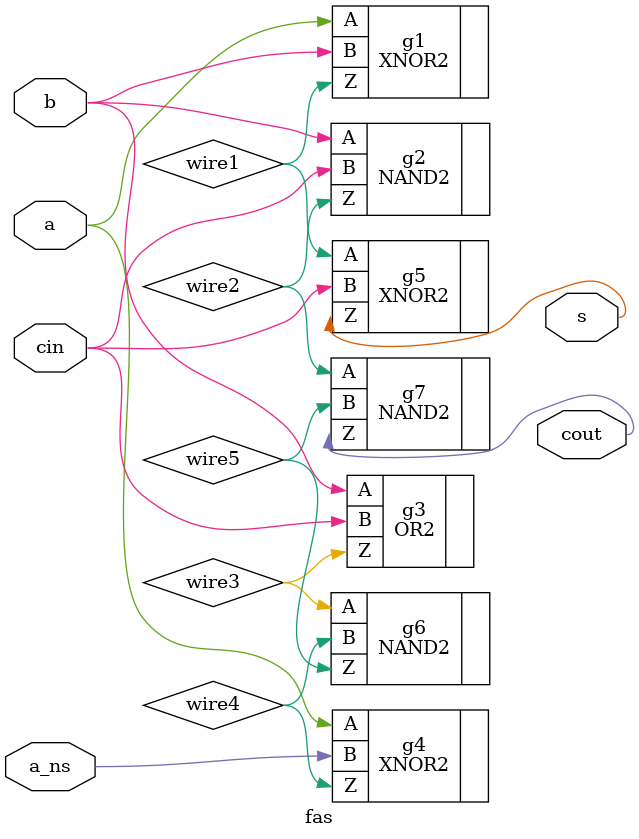
<source format=sv>
module fas (
    input logic a,           // Input bit a
    input logic b,           // Input bit b
    input logic cin,         // Carry in
    input logic a_ns,        // A_nS (add/not subtract) control
    output logic s,          // Output S
    output logic cout        // Carry out
);

// Put your code here
// ------------------
	logic wire1, wire2, wire3, wire4, wire5;
	
	XNOR2#(
		.Tpdlh(6), 
		.Tpdhl(6)
	) g1(.A(a), .B(b), .Z(wire1));
	
	NAND2#(
		.Tpdlh(6), 
		.Tpdhl(6)
	) g2(.A(b), .B(cin), .Z(wire2));
	
	OR2#(
		.Tpdlh(4), 
		.Tpdhl(4)
	) g3(.A(b), .B(cin), .Z(wire3));
	
	XNOR2#(
		.Tpdlh(7), 
		.Tpdhl(7)
	) g4(.A(a), .B(a_ns), .Z(wire4));
	
	
	
	XNOR2#(
		.Tpdlh(7), 
		.Tpdhl(7)
	) g5(.A(wire1), .B(cin), .Z(s));
	
	NAND2#(
		.Tpdlh(6), 
		.Tpdhl(6)
	) g6(.A(wire3), .B(wire4), .Z(wire5));
	
	NAND2#(
		.Tpdlh(6), 
		.Tpdhl(6)
	) g7(.A(wire2), .B(wire5), .Z(cout));
	

// End of your code

endmodule

</source>
